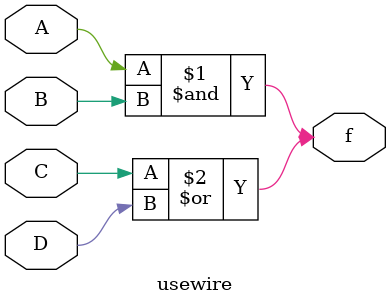
<source format=v>
module usewire(A, B, C, D, f);
    input A, B, C, D;
    output f;

    wire f;

    assign f = A&B;
    assign f = C|D;
    

endmodule
</source>
